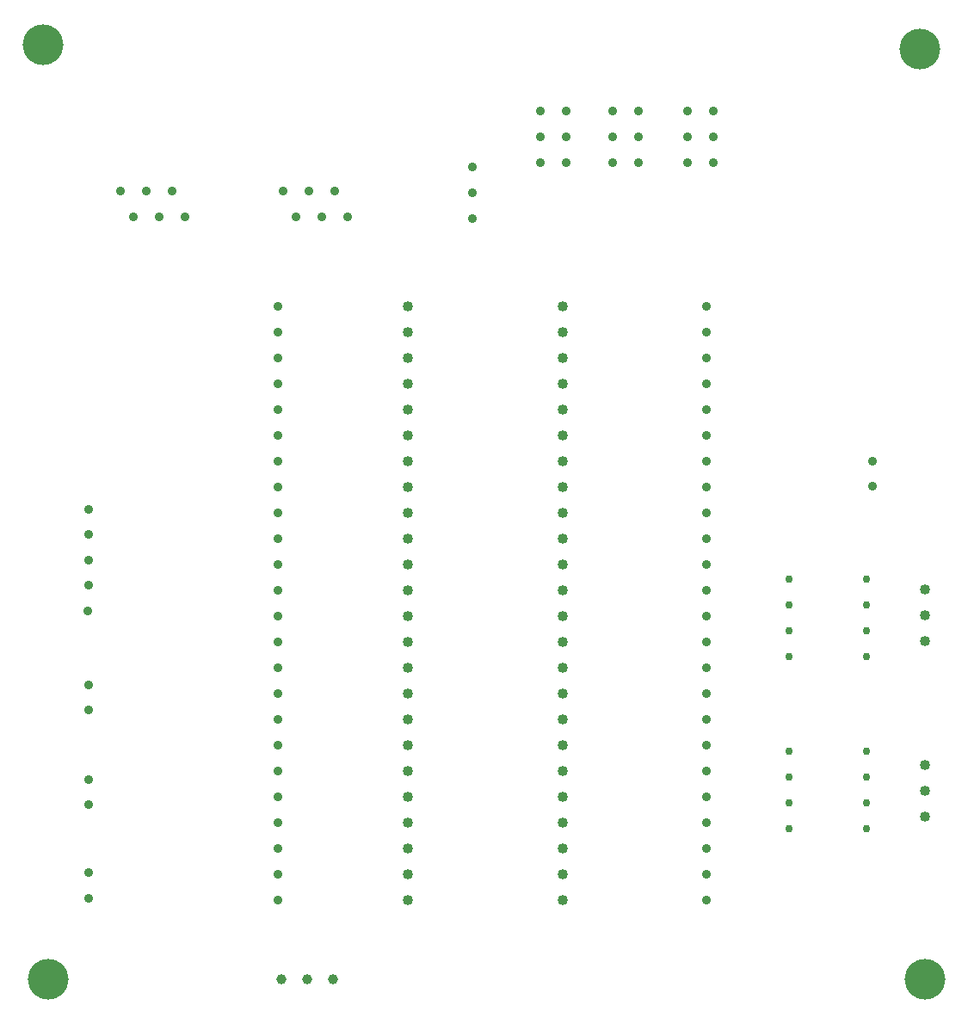
<source format=gbr>
%TF.GenerationSoftware,Altium Limited,Altium Designer,19.1.8 (144)*%
G04 Layer_Color=0*
%FSLAX26Y26*%
%MOIN*%
%TF.FileFunction,Plated,1,2,PTH,Drill*%
%TF.Part,Single*%
G01*
G75*
%TA.AperFunction,ComponentDrill*%
%ADD46C,0.035039*%
%ADD47C,0.035433*%
%ADD48C,0.035433*%
%ADD49C,0.040000*%
%TA.AperFunction,OtherDrill,Pad Free-7 (3510mil,3735mil)*%
%ADD50C,0.157480*%
%TA.AperFunction,OtherDrill,Pad Free-6 (3529.996mil,130mil)*%
%ADD51C,0.157480*%
%TA.AperFunction,OtherDrill,Pad Free-5 (135mil,130mil)*%
%ADD52C,0.157480*%
%TA.AperFunction,OtherDrill,Pad Free-4 (115mil,3750mil)*%
%ADD53C,0.157480*%
%TA.AperFunction,ComponentDrill*%
%ADD54C,0.040157*%
%ADD55C,0.030000*%
%ADD56C,0.039370*%
D46*
X1045000Y3185000D02*
D03*
X1145000D02*
D03*
X1245000D02*
D03*
X1095000Y3085000D02*
D03*
X1195000D02*
D03*
X1295000D02*
D03*
X665000D02*
D03*
X565000D02*
D03*
X465000D02*
D03*
X615000Y3185000D02*
D03*
X515000D02*
D03*
X415000D02*
D03*
D47*
X2040000Y3495000D02*
D03*
X2140000D02*
D03*
X2040000Y3395000D02*
D03*
X2140000D02*
D03*
X2040000Y3295000D02*
D03*
X2140000D02*
D03*
X286063Y1557323D02*
D03*
X2682126Y2738410D02*
D03*
Y438409D02*
D03*
Y538409D02*
D03*
Y638409D02*
D03*
Y738409D02*
D03*
Y838409D02*
D03*
Y938409D02*
D03*
Y1038409D02*
D03*
Y1138409D02*
D03*
Y1238409D02*
D03*
Y1338409D02*
D03*
Y1438409D02*
D03*
Y1538409D02*
D03*
Y1638409D02*
D03*
Y1738409D02*
D03*
Y1838409D02*
D03*
Y1938409D02*
D03*
Y2038409D02*
D03*
Y2138410D02*
D03*
Y2238410D02*
D03*
Y2338410D02*
D03*
Y2438410D02*
D03*
Y2538410D02*
D03*
Y2638410D02*
D03*
X1024252Y2738410D02*
D03*
Y438409D02*
D03*
Y538409D02*
D03*
Y638409D02*
D03*
Y738409D02*
D03*
Y838409D02*
D03*
Y938409D02*
D03*
Y1038409D02*
D03*
Y1138409D02*
D03*
Y1238409D02*
D03*
Y1338409D02*
D03*
Y1438409D02*
D03*
Y1538409D02*
D03*
Y1638409D02*
D03*
Y1738409D02*
D03*
Y1838409D02*
D03*
Y1938409D02*
D03*
Y2038409D02*
D03*
Y2138410D02*
D03*
Y2238410D02*
D03*
Y2338410D02*
D03*
Y2438410D02*
D03*
Y2538410D02*
D03*
Y2638410D02*
D03*
X1776614Y3078408D02*
D03*
Y3178408D02*
D03*
Y3278408D02*
D03*
X2710000Y3295000D02*
D03*
X2610000D02*
D03*
X2710000Y3395000D02*
D03*
X2610000D02*
D03*
X2710000Y3495000D02*
D03*
X2610000D02*
D03*
X2420000Y3295000D02*
D03*
X2320000D02*
D03*
X2420000Y3395000D02*
D03*
X2320000D02*
D03*
X2420000Y3495000D02*
D03*
X2320000D02*
D03*
D48*
X3326023Y2039984D02*
D03*
Y2138410D02*
D03*
X290000Y1951024D02*
D03*
Y1852598D02*
D03*
Y1754173D02*
D03*
Y1655748D02*
D03*
Y806501D02*
D03*
Y904926D02*
D03*
Y543346D02*
D03*
Y444921D02*
D03*
Y1271693D02*
D03*
Y1173268D02*
D03*
D49*
X2126614Y1138409D02*
D03*
Y1238409D02*
D03*
Y1338409D02*
D03*
Y2738410D02*
D03*
Y2638410D02*
D03*
Y2538410D02*
D03*
X1526614Y1338409D02*
D03*
X2126614Y1038409D02*
D03*
Y938409D02*
D03*
Y838409D02*
D03*
Y738409D02*
D03*
Y638409D02*
D03*
Y538409D02*
D03*
Y438409D02*
D03*
X1526614D02*
D03*
Y538409D02*
D03*
Y638409D02*
D03*
Y738409D02*
D03*
Y838409D02*
D03*
Y938409D02*
D03*
Y1038409D02*
D03*
Y1138409D02*
D03*
Y1238409D02*
D03*
X2126614Y2438410D02*
D03*
Y2338410D02*
D03*
Y2238410D02*
D03*
Y2138410D02*
D03*
Y2038409D02*
D03*
Y1938409D02*
D03*
Y1838409D02*
D03*
Y1738409D02*
D03*
Y1638409D02*
D03*
Y1538409D02*
D03*
Y1438409D02*
D03*
X1526614D02*
D03*
Y1538409D02*
D03*
Y1638409D02*
D03*
Y1738409D02*
D03*
Y1838409D02*
D03*
Y1938409D02*
D03*
Y2038409D02*
D03*
Y2138410D02*
D03*
Y2238410D02*
D03*
Y2338410D02*
D03*
Y2438410D02*
D03*
Y2538410D02*
D03*
Y2638410D02*
D03*
Y2738410D02*
D03*
D50*
X3510000Y3735000D02*
D03*
D51*
X3529996Y130000D02*
D03*
D52*
X135000Y130000D02*
D03*
D53*
X115000Y3750000D02*
D03*
D54*
X3530000Y760000D02*
D03*
Y860000D02*
D03*
Y960000D02*
D03*
Y1440000D02*
D03*
Y1540000D02*
D03*
Y1640000D02*
D03*
D55*
X3005000Y1015000D02*
D03*
Y915000D02*
D03*
Y815000D02*
D03*
Y715000D02*
D03*
X3305000D02*
D03*
Y815000D02*
D03*
Y915000D02*
D03*
Y1015000D02*
D03*
X3005000Y1680000D02*
D03*
Y1580000D02*
D03*
Y1480000D02*
D03*
Y1380000D02*
D03*
X3305000D02*
D03*
Y1480000D02*
D03*
Y1580000D02*
D03*
Y1680000D02*
D03*
D56*
X1038032Y129961D02*
D03*
X1138032D02*
D03*
X1238032D02*
D03*
%TF.MD5,c4f723824356ec398c1abff69753a1bc*%
M02*

</source>
